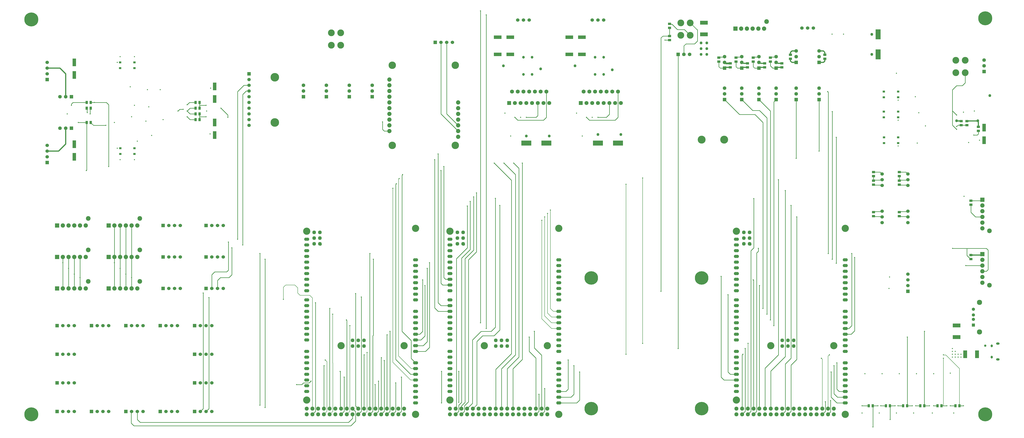
<source format=gbr>
%TF.GenerationSoftware,Altium Limited,Altium Designer,21.6.4 (81)*%
G04 Layer_Physical_Order=4*
G04 Layer_Color=16711680*
%FSLAX26Y26*%
%MOIN*%
%TF.SameCoordinates,892991E7-994B-4F78-B437-02A20B6E2807*%
%TF.FilePolarity,Positive*%
%TF.FileFunction,Copper,L4,Bot,Signal*%
%TF.Part,Single*%
G01*
G75*
%TA.AperFunction,SMDPad,CuDef*%
G04:AMPARAMS|DCode=22|XSize=55mil|YSize=43mil|CornerRadius=7.955mil|HoleSize=0mil|Usage=FLASHONLY|Rotation=90.000|XOffset=0mil|YOffset=0mil|HoleType=Round|Shape=RoundedRectangle|*
%AMROUNDEDRECTD22*
21,1,0.055000,0.027090,0,0,90.0*
21,1,0.039090,0.043000,0,0,90.0*
1,1,0.015910,0.013545,0.019545*
1,1,0.015910,0.013545,-0.019545*
1,1,0.015910,-0.013545,-0.019545*
1,1,0.015910,-0.013545,0.019545*
%
%ADD22ROUNDEDRECTD22*%
G04:AMPARAMS|DCode=27|XSize=55mil|YSize=43mil|CornerRadius=7.955mil|HoleSize=0mil|Usage=FLASHONLY|Rotation=180.000|XOffset=0mil|YOffset=0mil|HoleType=Round|Shape=RoundedRectangle|*
%AMROUNDEDRECTD27*
21,1,0.055000,0.027090,0,0,180.0*
21,1,0.039090,0.043000,0,0,180.0*
1,1,0.015910,-0.019545,0.013545*
1,1,0.015910,0.019545,0.013545*
1,1,0.015910,0.019545,-0.013545*
1,1,0.015910,-0.019545,-0.013545*
%
%ADD27ROUNDEDRECTD27*%
%TA.AperFunction,NonConductor*%
%ADD28C,0.008000*%
%TA.AperFunction,Conductor*%
%ADD29C,0.008000*%
%ADD30C,0.010000*%
%ADD31C,0.030000*%
%ADD32C,0.020000*%
%TA.AperFunction,SMDPad,CuDef*%
%ADD35R,0.043307X0.035433*%
%TA.AperFunction,ComponentPad*%
%ADD36C,0.060000*%
%ADD37R,0.060000X0.060000*%
%ADD38C,0.081102*%
%ADD39C,0.075000*%
%ADD40R,0.075000X0.075000*%
%ADD41C,0.236220*%
%ADD42C,0.047244*%
%ADD43C,0.090551*%
%ADD44C,0.056221*%
%ADD45R,0.056221X0.056221*%
%ADD46C,0.070000*%
%ADD47R,0.070000X0.070000*%
%ADD48C,0.244095*%
%ADD49C,0.118110*%
%ADD50R,0.062992X0.062992*%
%ADD51C,0.062992*%
%ADD52R,0.059055X0.059055*%
%ADD53C,0.059055*%
%ADD54C,0.074000*%
%ADD55C,0.130000*%
G04:AMPARAMS|DCode=56|XSize=37.402mil|YSize=61.024mil|CornerRadius=18.701mil|HoleSize=0mil|Usage=FLASHONLY|Rotation=270.000|XOffset=0mil|YOffset=0mil|HoleType=Round|Shape=RoundedRectangle|*
%AMROUNDEDRECTD56*
21,1,0.037402,0.023622,0,0,270.0*
21,1,0.000000,0.061024,0,0,270.0*
1,1,0.037402,-0.011811,0.000000*
1,1,0.037402,-0.011811,0.000000*
1,1,0.037402,0.011811,0.000000*
1,1,0.037402,0.011811,0.000000*
%
%ADD56ROUNDEDRECTD56*%
G04:AMPARAMS|DCode=57|XSize=49.213mil|YSize=37.402mil|CornerRadius=18.701mil|HoleSize=0mil|Usage=FLASHONLY|Rotation=270.000|XOffset=0mil|YOffset=0mil|HoleType=Round|Shape=RoundedRectangle|*
%AMROUNDEDRECTD57*
21,1,0.049213,0.000000,0,0,270.0*
21,1,0.011811,0.037402,0,0,270.0*
1,1,0.037402,0.000000,-0.005906*
1,1,0.037402,0.000000,0.005906*
1,1,0.037402,0.000000,0.005906*
1,1,0.037402,0.000000,-0.005906*
%
%ADD57ROUNDEDRECTD57*%
%ADD58O,0.089600X0.056000*%
%ADD59C,0.125980*%
G04:AMPARAMS|DCode=60|XSize=66mil|YSize=66mil|CornerRadius=0mil|HoleSize=0mil|Usage=FLASHONLY|Rotation=0.000|XOffset=0mil|YOffset=0mil|HoleType=Round|Shape=Octagon|*
%AMOCTAGOND60*
4,1,8,0.033000,-0.016500,0.033000,0.016500,0.016500,0.033000,-0.016500,0.033000,-0.033000,0.016500,-0.033000,-0.016500,-0.016500,-0.033000,0.016500,-0.033000,0.033000,-0.016500,0.0*
%
%ADD60OCTAGOND60*%

G04:AMPARAMS|DCode=61|XSize=61.02mil|YSize=61.02mil|CornerRadius=0mil|HoleSize=0mil|Usage=FLASHONLY|Rotation=90.000|XOffset=0mil|YOffset=0mil|HoleType=Round|Shape=Octagon|*
%AMOCTAGOND61*
4,1,8,0.015255,0.030510,-0.015255,0.030510,-0.030510,0.015255,-0.030510,-0.015255,-0.015255,-0.030510,0.015255,-0.030510,0.030510,-0.015255,0.030510,0.015255,0.015255,0.030510,0.0*
%
%ADD61OCTAGOND61*%

G04:AMPARAMS|DCode=62|XSize=61.02mil|YSize=61.02mil|CornerRadius=0mil|HoleSize=0mil|Usage=FLASHONLY|Rotation=0.000|XOffset=0mil|YOffset=0mil|HoleType=Round|Shape=Octagon|*
%AMOCTAGOND62*
4,1,8,0.030510,-0.015255,0.030510,0.015255,0.015255,0.030510,-0.015255,0.030510,-0.030510,0.015255,-0.030510,-0.015255,-0.015255,-0.030510,0.015255,-0.030510,0.030510,-0.015255,0.0*
%
%ADD62OCTAGOND62*%

%TA.AperFunction,SMDPad,CuDef*%
%ADD63R,0.062992X0.137795*%
%ADD64R,0.086614X0.173228*%
%TA.AperFunction,ComponentPad*%
%ADD65C,0.137795*%
%TA.AperFunction,SMDPad,CuDef*%
%ADD66R,0.137795X0.070079*%
%ADD67R,0.137795X0.062992*%
%ADD68R,0.173228X0.086614*%
%TA.AperFunction,ComponentPad*%
%ADD69R,0.062992X0.062992*%
%ADD70R,0.060000X0.060000*%
%TA.AperFunction,SMDPad,CuDef*%
%ADD71R,0.070079X0.137795*%
%TA.AperFunction,ComponentPad*%
%ADD72R,0.075000X0.075000*%
%TA.AperFunction,WasherPad*%
%ADD73C,0.150000*%
%TA.AperFunction,ViaPad*%
%ADD74C,0.020000*%
%ADD75C,0.050000*%
%ADD76C,0.040000*%
%TA.AperFunction,Conductor*%
%ADD79C,0.006000*%
%TA.AperFunction,NonConductor*%
%ADD80C,0.050000*%
%TA.AperFunction,Conductor*%
%ADD81C,0.032000*%
D22*
X3164500Y5650000D02*
D03*
X3235500D02*
D03*
Y5750000D02*
D03*
X3164500D02*
D03*
X1264500Y5400000D02*
D03*
X1335500D02*
D03*
X3164500Y5550000D02*
D03*
X3235500D02*
D03*
Y5450000D02*
D03*
X3164500D02*
D03*
X1335500Y5650000D02*
D03*
X1264500D02*
D03*
Y5750000D02*
D03*
X1335500D02*
D03*
X14914500Y450000D02*
D03*
X14985500D02*
D03*
X15214500Y450011D02*
D03*
X15285500D02*
D03*
X15514500Y450000D02*
D03*
X15585500D02*
D03*
X15814500D02*
D03*
X15885500D02*
D03*
X16114500Y450003D02*
D03*
X16185499D02*
D03*
X16428213Y450000D02*
D03*
X16499212D02*
D03*
D27*
X12800000Y6435500D02*
D03*
Y6364500D02*
D03*
X16830000Y5254500D02*
D03*
Y5325500D02*
D03*
X16530001Y5354500D02*
D03*
Y5425500D02*
D03*
X16629999D02*
D03*
Y5354500D02*
D03*
X16699995Y3014506D02*
D03*
Y3085506D02*
D03*
X16700001Y3964500D02*
D03*
Y4035500D02*
D03*
X15450000Y3764500D02*
D03*
Y3835500D02*
D03*
X15000000Y3764500D02*
D03*
Y3835500D02*
D03*
X11440000Y7125500D02*
D03*
Y7054500D02*
D03*
Y6911000D02*
D03*
Y6840000D02*
D03*
X15000000Y4314500D02*
D03*
Y4385500D02*
D03*
Y4464500D02*
D03*
Y4535500D02*
D03*
X15450000Y4314500D02*
D03*
Y4385500D02*
D03*
Y4464500D02*
D03*
Y4535500D02*
D03*
X13550394Y6585500D02*
D03*
Y6514500D02*
D03*
X14150000D02*
D03*
Y6585500D02*
D03*
X12300000Y6464500D02*
D03*
Y6535500D02*
D03*
X12900000Y6464500D02*
D03*
Y6535500D02*
D03*
X12500000Y6435500D02*
D03*
Y6364500D02*
D03*
X13100000Y6435500D02*
D03*
Y6364500D02*
D03*
X13200000Y6464500D02*
D03*
Y6535500D02*
D03*
X12600000Y6464500D02*
D03*
Y6535500D02*
D03*
X13400000Y6435500D02*
D03*
Y6364500D02*
D03*
D28*
X9506299Y1700000D02*
X9510299D01*
D29*
X6982299Y1800000D02*
X6986299Y1796000D01*
X6994299D01*
X6998299Y1800000D02*
X7006299D01*
X6994299Y1796000D02*
X6998299Y1800000D01*
X7006299Y1700000D02*
X7010299D01*
X9482299Y1800000D02*
X9486299Y1796000D01*
X9494299D01*
X9498299Y1800000D02*
X9506299D01*
X9494299Y1796000D02*
X9498299Y1800000D01*
X14482299D02*
X14486299Y1796000D01*
X14494299D01*
X14498299Y1800000D02*
X14506299D01*
X14494299Y1796000D02*
X14498299Y1800000D01*
X14506299Y1700000D02*
X14510299D01*
X4700000Y2310000D02*
Y2520000D01*
X5206299Y400000D02*
Y2333701D01*
X4990000Y2380000D02*
X5160000D01*
X5206299Y2333701D01*
X4950000Y2420000D02*
X4990000Y2380000D01*
X4950000Y2420000D02*
Y2510000D01*
X4900000Y2560000D02*
X4950000Y2510000D01*
X4700000Y2520000D02*
X4740000Y2560000D01*
X4900000D01*
X16261999Y1338000D02*
X16500000Y1100000D01*
Y450000D02*
Y1100000D01*
X16222000Y1338000D02*
X16261999D01*
X6720000Y4419314D02*
Y4420000D01*
X6710000Y1320000D02*
Y4409314D01*
X6720000Y4419314D01*
X6610000Y1210000D02*
X6920000Y900000D01*
X7006299D01*
X6610000Y1210000D02*
Y4250000D01*
X6710000Y1320000D02*
X6930000Y1100000D01*
X9210000Y1970000D02*
Y3690000D01*
X9494299Y1800000D02*
X9498299D01*
X9486299D02*
X9494299D01*
X9210000Y1970000D02*
X9380000Y1800000D01*
X9260000Y2020000D02*
Y3750000D01*
Y2020000D02*
X9380000Y1900000D01*
X9310000Y2070000D02*
Y3810000D01*
X9360000Y2150000D02*
Y3870000D01*
X6160000Y350000D02*
Y1380000D01*
X6110000Y300000D02*
X6160000Y350000D01*
X16219999Y459511D02*
Y1280000D01*
X16210489Y450000D02*
X16219999Y459511D01*
Y1340000D02*
X16222000Y1338000D01*
X14206299Y400000D02*
Y1316299D01*
X14230000Y1340000D01*
X14106299Y400000D02*
Y1263701D01*
X14090000Y1280000D02*
X14106299Y1263701D01*
X10970000Y1540000D02*
Y4430000D01*
X10680000Y1350000D02*
Y4320000D01*
X12806299Y400000D02*
X12810000Y403701D01*
Y1540000D01*
X9380000Y1800000D02*
X9482299D01*
X9380000Y1900000D02*
X9506299D01*
X9310000Y2070000D02*
X9380000Y2000000D01*
X9506299D01*
X9410000Y2100000D02*
X9506299D01*
X9360000Y2150000D02*
X9410000Y2100000D01*
X7006299Y1700000D02*
X7010299D01*
X6930000Y1100000D02*
X7006299D01*
X5406299Y300000D02*
X5460000Y353701D01*
Y1220000D01*
X5430000Y1250000D02*
X5460000Y1220000D01*
X6106299Y300000D02*
X6110000D01*
X5860000Y353701D02*
Y1850000D01*
X5806299Y300000D02*
X5860000Y353701D01*
X5560000Y1202526D02*
X5562299Y1200227D01*
Y356000D02*
Y1200227D01*
X5560000Y1202526D02*
Y2050000D01*
X5506299Y300000D02*
X5562299Y356000D01*
D30*
X13140000Y5480000D02*
X13140000Y2050000D01*
X13010000Y5610000D02*
X13140000Y5480000D01*
X12890000Y5610000D02*
X13010000D01*
X12400000Y5800000D02*
X12660000Y5540000D01*
X12930000D01*
X13070000Y5400000D01*
X12700000Y5800000D02*
X12890000Y5610000D01*
X13070000Y5400000D02*
X13070000Y2150000D01*
X13200000Y5400000D02*
Y5600000D01*
X13000000Y5800000D02*
X13200000Y5600000D01*
X13260000Y5400000D02*
Y5760000D01*
X13300000Y5800000D01*
X13200000Y6535500D02*
X13207250Y6542750D01*
X13292750D01*
X13300000Y6550000D01*
X12907250Y6542750D02*
X12992750D01*
X12900000Y6535500D02*
X12907250Y6542750D01*
X12992750D02*
X13000000Y6550000D01*
X13240000Y6350000D02*
X13300000D01*
X13200000Y6390000D02*
X13240000Y6350000D01*
X13200000Y6390000D02*
Y6464500D01*
X12925000Y6350000D02*
X13000000D01*
X12900000Y6375000D02*
X12925000Y6350000D01*
X12900000Y6375000D02*
Y6464500D01*
X12625000Y6350000D02*
X12700000D01*
X12600000Y6375000D02*
Y6464500D01*
Y6375000D02*
X12625000Y6350000D01*
X12607250Y6542750D02*
X12692750D01*
X12600000Y6535500D02*
X12607250Y6542750D01*
X12692750D02*
X12700000Y6550000D01*
X12325000Y6350000D02*
X12400000D01*
X12300000Y6375000D02*
X12325000Y6350000D01*
X12300000Y6375000D02*
Y6464500D01*
X12307250Y6542750D02*
X12392750D01*
X12300000Y6535500D02*
X12307250Y6542750D01*
X12392750D02*
X12400000Y6550000D01*
X13260000Y5400000D02*
X13260000Y1850000D01*
X13200000Y5400000D02*
X13200000Y1950000D01*
X5050000Y850000D02*
X5150000D01*
X5020000Y820000D02*
X5050000Y850000D01*
X4930000Y820000D02*
X5020000D01*
X5150000Y850000D02*
X5180000Y880000D01*
X6300000Y406299D02*
Y820000D01*
X6060000Y353701D02*
Y2350000D01*
X6006299Y300000D02*
X6060000Y353701D01*
X3400000Y400000D02*
Y2340000D01*
X3350000Y350000D02*
X3400000Y400000D01*
X16500000Y450000D02*
X16570000D01*
X16340000D02*
X16428213D01*
X16210489D02*
X16280001D01*
X14310000Y660000D02*
Y1150000D01*
Y660000D02*
X14370000Y600000D01*
X14506299D01*
X12706299Y400000D02*
Y1336299D01*
X12720000Y1350000D01*
X9870000Y550000D02*
Y1040000D01*
X9820000Y500000D02*
X9870000Y550000D01*
X9506299Y500000D02*
X9820000D01*
X9506299Y700000D02*
X9630000D01*
X9670000Y740000D02*
Y1250000D01*
X9630000Y700000D02*
X9670000Y740000D01*
X7450000Y2200000D02*
X7606299D01*
X7400000Y2250000D02*
Y4850000D01*
Y2250000D02*
X7450000Y2200000D01*
X6780000Y4489142D02*
Y4490000D01*
X6770000Y1750000D02*
Y4479142D01*
X6780000Y4489142D01*
X6660000Y1260000D02*
Y4319142D01*
Y1260000D02*
X6920000Y1000000D01*
X6670000Y4329142D02*
Y4330000D01*
X6660000Y4319142D02*
X6670000Y4329142D01*
X2041913Y148087D02*
X2090000Y100000D01*
X2041913Y148087D02*
Y341913D01*
X2090000Y100000D02*
X5875000D01*
X2200000Y160000D02*
X5835000D01*
X2150000Y210000D02*
Y350000D01*
Y210000D02*
X2200000Y160000D01*
X2050000Y2500000D02*
Y3600000D01*
X1150000Y2500000D02*
Y3050000D01*
X3990000Y3260000D02*
Y5890000D01*
X4050000Y5950000D01*
X3900000Y5940000D02*
X4010000Y6050000D01*
X3900000Y3360000D02*
Y5940000D01*
X16377251Y5603750D02*
Y5972250D01*
Y5352750D02*
Y5602750D01*
X16377956Y5352043D02*
X16450001Y5280000D01*
X16377251Y5602750D02*
X16450001Y5530000D01*
X14050000Y4900000D02*
Y5800000D01*
X14200000Y5937294D02*
X14210000Y5927294D01*
X14200000Y5937294D02*
Y5940000D01*
X14210000Y3110000D02*
Y5927294D01*
X14280000Y3010000D02*
Y5590000D01*
X14350000Y2940000D02*
Y5140000D01*
X8680000Y1360000D02*
Y4390000D01*
X8406299Y1086299D02*
X8680000Y1360000D01*
X8380000Y4690000D02*
X8680000Y4390000D01*
X8550000Y4690000D02*
X8750000Y4490000D01*
X8720000Y4690000D02*
X8810000Y4600000D01*
Y1300000D02*
Y4600000D01*
X8750000Y1340000D02*
Y4490000D01*
X8506299Y1096299D02*
X8750000Y1340000D01*
X6430000Y5280000D02*
Y5410000D01*
X8870000Y1260000D02*
Y4690000D01*
X8606299Y1096299D02*
X8810000Y1300000D01*
X8406299Y400000D02*
Y1086299D01*
X8506299Y400000D02*
Y1096299D01*
X8606299Y400000D02*
Y1096299D01*
X8706299D02*
X8870000Y1260000D01*
X8706299Y400000D02*
Y1096299D01*
X7500000Y2690000D02*
Y4630000D01*
X7340000Y2160000D02*
Y4750000D01*
X1650000Y4630000D02*
Y5710000D01*
X7910000Y3210000D02*
Y3940000D01*
X7960000Y3180000D02*
Y4020000D01*
X7870000Y3020000D02*
X8020000Y3170000D01*
Y4100000D01*
X7930000Y3000000D02*
X8070000Y3140000D01*
Y4170000D01*
X6770000Y1750000D02*
X6930000Y1590000D01*
X5906299Y400000D02*
X5960000Y346299D01*
Y185000D02*
Y346299D01*
X5875000Y100000D02*
X5960000Y185000D01*
X5835000Y160000D02*
X5906299Y231299D01*
Y300000D01*
X13650000Y4775000D02*
Y5800000D01*
X8475000Y1775000D02*
Y3950000D01*
X8375000Y1675000D02*
X8475000Y1775000D01*
X8175000Y1675000D02*
X8375000D01*
X8075000Y1575000D02*
X8175000Y1675000D01*
X8075000Y468701D02*
Y1575000D01*
X8006299Y400000D02*
X8075000Y468701D01*
X7906299Y400000D02*
X8000000Y493701D01*
Y1600000D01*
X8400000Y1825000D02*
Y4075000D01*
X8325000Y1750000D02*
X8400000Y1825000D01*
X8150000Y1750000D02*
X8325000D01*
X8000000Y1600000D02*
X8150000Y1750000D01*
X7860000Y450000D02*
X7930000Y520000D01*
Y3000000D01*
X7806299Y446299D02*
X7870000Y510000D01*
X7860000Y353701D02*
Y450000D01*
X7870000Y510000D02*
Y3020000D01*
X4290000Y460000D02*
Y3110000D01*
X6260000Y1675497D02*
X6270000Y1685497D01*
Y3010000D01*
X6260000Y353701D02*
Y1675497D01*
X6206299Y400000D02*
Y3103593D01*
X6210000Y3107294D01*
Y3110000D01*
X6206299Y300000D02*
X6260000Y353701D01*
X4380000Y420000D02*
Y3010000D01*
X14360000Y740000D02*
Y1200000D01*
Y740000D02*
X14400000Y700000D01*
X14988087Y81913D02*
X14990000Y80000D01*
X14988087Y81913D02*
Y447413D01*
X15285500Y450011D02*
X15288087Y447425D01*
Y211913D02*
X15290000Y210000D01*
X15288087Y211913D02*
Y447425D01*
X15890000Y1747294D02*
Y1750000D01*
X15885500Y450000D02*
Y1742794D01*
X15890000Y1747294D01*
X15588087Y1648087D02*
X15590000Y1650000D01*
X15588087Y450000D02*
Y1648087D01*
Y450000D02*
X15675000D01*
X8990000Y1400000D02*
Y1650000D01*
Y1400000D02*
X9106299Y1283701D01*
Y400000D02*
Y1283701D01*
X9080000Y1460000D02*
X9206299Y1333701D01*
X9080000Y1460000D02*
Y1750000D01*
X9206299Y400000D02*
Y1333701D01*
X12990000Y3150000D02*
Y3200000D01*
X16629999D02*
X16969999D01*
X16629999Y3078502D02*
Y3200000D01*
X16379999D02*
X16629999D01*
X12910000Y3210000D02*
Y4070000D01*
X13006299Y400000D02*
Y2550000D01*
X12906299Y2650000D02*
X12906299Y400000D01*
X12960000Y3120000D02*
X12990000Y3150000D01*
X12906299Y300000D02*
X12960000Y353701D01*
Y3120000D01*
X12860000Y3160000D02*
X12910000Y3210000D01*
X12860000Y353701D02*
Y3160000D01*
X12806299Y300000D02*
X12860000Y353701D01*
X14510299Y1700000D02*
X14610000D01*
X14506299D02*
X14510299D01*
X14670000Y1760000D02*
Y3040000D01*
X14610000Y1700000D02*
X14670000Y1760000D01*
X14620000Y1850000D02*
Y3110000D01*
X14570000Y1800000D02*
X14620000Y1850000D01*
X14506299Y1800000D02*
X14570000D01*
X13560000Y1280000D02*
Y3950000D01*
X13660000Y1260000D02*
Y3750000D01*
X13460000Y1310000D02*
Y4210000D01*
X13340000Y1340000D02*
Y4400000D01*
X13560000Y1160000D02*
X13660000Y1260000D01*
X13460000Y1180000D02*
X13560000Y1280000D01*
Y353701D02*
Y1160000D01*
X13460000Y353701D02*
Y1180000D01*
X13506299Y300000D02*
X13560000Y353701D01*
X13206299Y1056299D02*
X13460000Y1310000D01*
X13206299Y400000D02*
Y1056299D01*
X13406299Y300000D02*
X13460000Y353701D01*
X13106299Y1106299D02*
X13340000Y1340000D01*
X13106299Y400000D02*
Y1106299D01*
X12460000Y1040000D02*
Y2390000D01*
Y1040000D02*
X12500000Y1000000D01*
X12606299D01*
X12340000Y950000D02*
X12390000Y900000D01*
X12606299D01*
X12340000Y950000D02*
Y2710000D01*
X7340000Y2160000D02*
X7400000Y2100000D01*
X7450000Y2590000D02*
Y4560000D01*
Y2590000D02*
X7480000Y2560000D01*
X7500000Y2690000D02*
X7530000Y2660000D01*
X11290000Y2450000D02*
Y6880000D01*
X11590000Y1450000D02*
X11590000Y6590000D01*
X11290000Y6880000D02*
X11321000Y6911000D01*
X11360000Y6840000D02*
X11440000D01*
X12760000Y353701D02*
Y1450000D01*
X12706299Y300000D02*
X12760000Y353701D01*
X8240000Y1800000D02*
Y7280000D01*
X8140000Y1900000D02*
Y7350000D01*
X1260000Y4560000D02*
Y4562706D01*
X1264500Y4567206D01*
Y5400000D01*
X7530000Y2660000D02*
X7606299D01*
X7480000Y2560000D02*
X7606299D01*
X7400000Y2100000D02*
X7606299D01*
X4010000Y6050000D02*
X4100000D01*
X4050000Y5950000D02*
X4100000D01*
X6430000Y5280000D02*
X6460000Y5250000D01*
X6550000D01*
X7170000Y1670000D02*
Y2550000D01*
X7250000Y2950000D02*
X7250000Y1470000D01*
X7180000Y1400000D02*
X7250000Y1470000D01*
X7006299Y1400000D02*
X7180000D01*
X7210000Y1570000D02*
Y2850000D01*
X7140000Y1500000D02*
X7210000Y1570000D01*
X7006299Y1500000D02*
X7140000D01*
X7100000Y1600000D02*
X7170000Y1670000D01*
X7006299Y1600000D02*
X7100000D01*
X7010299Y1700000D02*
X7080000D01*
X7130000Y1750000D02*
Y2650000D01*
X7080000Y1700000D02*
X7130000Y1750000D01*
X7450000Y5550000D02*
Y6800000D01*
Y5550000D02*
X7750000Y5250000D01*
X7550000Y5550000D02*
Y6800000D01*
Y5550000D02*
X7750000Y5350000D01*
X7720000Y413701D02*
Y3020000D01*
X7910000Y3210000D01*
X7810000Y3030000D02*
X7960000Y3180000D01*
X7760000Y510000D02*
Y1050000D01*
X7810000Y510000D02*
Y3030000D01*
X7806299Y300000D02*
X7860000Y353701D01*
X7806299Y400000D02*
Y446299D01*
X7760000Y460000D02*
X7810000Y510000D01*
X7760000Y353701D02*
Y460000D01*
X7706299Y300000D02*
X7760000Y353701D01*
X7706299Y400000D02*
X7720000Y413701D01*
X6930000Y1276299D02*
Y1590000D01*
X6920000Y1000000D02*
X7006299D01*
X6980698Y1221249D02*
Y1225602D01*
X6930000Y1276299D02*
X6980698Y1225602D01*
X7001947Y1200000D02*
X7006299D01*
X6980698Y1221249D02*
X7001947Y1200000D01*
X2041913Y341913D02*
X2050000Y350000D01*
X5960000Y446299D02*
Y2410000D01*
Y446299D02*
X6006299Y400000D01*
X3300000Y400000D02*
Y2420000D01*
X3250000Y350000D02*
X3300000Y400000D01*
X3800000Y2740000D02*
Y3210000D01*
X3750000Y2690000D02*
X3800000Y2740000D01*
X3740000Y2820000D02*
Y3310000D01*
X3710000Y2790000D02*
X3740000Y2820000D01*
X3600000Y2690000D02*
X3750000D01*
X3550000Y2500000D02*
Y2640000D01*
X3600000Y2690000D01*
X3500000Y2790000D02*
X3710000D01*
X3450000Y2740000D02*
X3500000Y2790000D01*
X3450000Y2500000D02*
Y2740000D01*
X6360000Y353701D02*
Y880000D01*
X6306299Y300000D02*
X6360000Y353701D01*
X6300000Y406299D02*
X6306299Y400000D01*
X5760000Y353701D02*
Y950000D01*
X5706299Y300000D02*
X5760000Y353701D01*
X5691913Y414386D02*
Y1048087D01*
Y414386D02*
X5706299Y400000D01*
X5690000Y1050000D02*
X5691913Y1048087D01*
X5406299Y400000D02*
Y1143593D01*
X5410000Y1147294D01*
Y1150000D01*
X6408087Y1281016D02*
Y1288087D01*
X6406299Y1279228D02*
X6408087Y1281016D01*
Y1288087D02*
X6410000Y1290000D01*
X6406299Y400000D02*
Y1279228D01*
X6460000Y353701D02*
Y1240000D01*
X6406299Y300000D02*
X6460000Y353701D01*
X6106299Y1333593D02*
X6110000Y1337294D01*
Y1340000D01*
X6106299Y400000D02*
Y1333593D01*
X6560000Y353701D02*
Y1750000D01*
X6506299Y300000D02*
X6560000Y353701D01*
X6506299Y1683593D02*
X6510000Y1687294D01*
X6506299Y400000D02*
Y1683593D01*
X6510000Y1687294D02*
Y1690000D01*
X5800000Y1947294D02*
X5806299Y1940995D01*
X5800000Y1947294D02*
Y1950000D01*
X5806299Y400000D02*
Y1940995D01*
X5506299Y400000D02*
Y2143593D01*
X5510000Y2147294D01*
Y2150000D01*
X5260000Y353701D02*
Y2250000D01*
X5206299Y300000D02*
X5260000Y353701D01*
X15007250Y3757250D02*
X15142750D01*
X15150000Y3750000D01*
X15000000Y3764500D02*
X15007250Y3757250D01*
X15000000Y3835500D02*
X15007250Y3842750D01*
X15142750D02*
X15150000Y3850000D01*
X15007250Y3842750D02*
X15142750D01*
X15592750Y3757250D02*
X15600000Y3750000D01*
X15457250Y3757250D02*
X15592750D01*
X15450000Y3764500D02*
X15457250Y3757250D01*
X15592750Y3842750D02*
X15600000Y3850000D01*
X15457250Y3842750D02*
X15592750D01*
X15450000Y3835500D02*
X15457250Y3842750D01*
X9720000Y600000D02*
X9770000Y650000D01*
Y1150000D01*
X9506299Y600000D02*
X9720000D01*
X14400000Y700000D02*
X14506299D01*
X14260000Y600000D02*
X14360000Y500000D01*
X14506299D01*
X14260000Y600000D02*
Y1040000D01*
X7460000Y500000D02*
Y1050000D01*
X6660000Y353701D02*
Y850000D01*
X6606299Y300000D02*
X6660000Y353701D01*
X6760000D02*
Y950000D01*
X6706299Y300000D02*
X6760000Y353701D01*
X9160000D02*
Y650000D01*
X9260000Y353701D02*
Y750000D01*
X9106299Y300000D02*
X9160000Y353701D01*
X9206299Y300000D02*
X9260000Y353701D01*
X14250299Y344000D02*
Y539701D01*
X14250000Y540000D02*
X14250299Y539701D01*
X14206299Y300000D02*
X14250299Y344000D01*
X14106299Y300000D02*
X14160000Y353701D01*
Y520000D01*
X14985500Y450000D02*
X14988087Y447413D01*
X15885500Y450000D02*
X15888087Y447413D01*
X1950000Y2750000D02*
Y3050000D01*
Y2500000D02*
Y2750000D01*
X1050000D02*
Y3050000D01*
Y2500000D02*
Y2750000D01*
X1850000Y2850000D02*
Y3050000D01*
Y2500000D02*
Y2850000D01*
X950000D02*
Y3050000D01*
Y2500000D02*
Y2850000D01*
X1750000Y2950000D02*
Y3050000D01*
Y2500000D02*
Y2950000D01*
X850000D02*
Y3050000D01*
Y2500000D02*
Y2950000D01*
X1000000Y5700000D02*
Y5725000D01*
X1025000Y5750000D01*
X3070000Y5550000D02*
X3164500D01*
X3235500Y5450000D02*
Y5500000D01*
Y5550000D01*
Y5500000D02*
X3350000D01*
X3610000Y5650000D02*
X3730000Y5530000D01*
Y5490000D02*
Y5530000D01*
X2860000Y5600000D02*
X2890000Y5630000D01*
X2950000D01*
X3020000Y5710000D02*
X3060000Y5750000D01*
X3020000Y5600000D02*
X3070000Y5650000D01*
X3060000Y5750000D02*
X3164500D01*
X3070000Y5650000D02*
X3164500D01*
X3235500Y5700000D02*
Y5704500D01*
Y5750000D01*
Y5650000D02*
Y5700000D01*
Y5704500D02*
X3240000Y5700000D01*
X3350000D01*
X1273087Y5576913D02*
Y5641413D01*
X1120000Y5400000D02*
X1264500D01*
X1273087Y5576913D02*
X1275000Y5575000D01*
X1325000Y5550000D02*
X1326913Y5551913D01*
Y5641413D01*
X1335500Y5650000D01*
Y5395599D02*
Y5400000D01*
Y5395599D02*
X1351775Y5379324D01*
X1356176D01*
X1385500Y5350000D01*
X1600000D01*
X1025000Y5750000D02*
X1264500D01*
Y5650000D02*
X1273087Y5641413D01*
X1335500Y5750000D02*
X1400000D01*
X1610000D01*
X1650000Y5710000D01*
X3020000Y5500000D02*
X3070000Y5450000D01*
X3020000Y5600000D02*
X3070000Y5550000D01*
Y5450000D02*
X3164500D01*
X11321000Y6911000D02*
X11440000D01*
X16700001Y3830000D02*
Y3964500D01*
X16693995Y3014506D02*
X16699995D01*
X15000000Y4535500D02*
X15114500D01*
X15150000Y4500000D01*
X15007250Y4392750D02*
X15142750D01*
X15150000Y4400000D01*
X15000000Y4385500D02*
X15007250Y4392750D01*
X15000000Y4385500D02*
Y4464500D01*
X15142750Y4307250D02*
X15150000Y4300000D01*
X15007250Y4307250D02*
X15142750D01*
X15000000Y4314500D02*
X15007250Y4307250D01*
X15564500Y4535500D02*
X15600000Y4500000D01*
X15450000Y4535500D02*
X15564500D01*
X15457250Y4392750D02*
X15592750D01*
X15450000Y4385500D02*
X15457250Y4392750D01*
X15592750D02*
X15600000Y4400000D01*
X15450000Y4385500D02*
Y4464500D01*
X15592750Y4307250D02*
X15600000Y4300000D01*
X15450000Y4314500D02*
X15457250Y4307250D01*
X15592750D01*
X16700001Y3830000D02*
X16780001Y3750000D01*
X16900000D01*
X16885500Y4035500D02*
X16900000Y4050000D01*
X16700001Y4035500D02*
X16885500D01*
X16629999Y3078502D02*
X16693995Y3014506D01*
X16610001Y2900000D02*
X16900000D01*
X16969999Y3200000D02*
X17000000Y3170000D01*
Y2830000D02*
Y3170000D01*
X16969999Y2800000D02*
X17000000Y2830000D01*
X16900000Y2800000D02*
X16969999D01*
X1750000Y3050000D02*
Y3600000D01*
X1850000Y3050000D02*
Y3600000D01*
X1950000Y3050000D02*
Y3600000D01*
X16450001Y6045000D02*
X16549999D01*
X16600000Y6095000D01*
Y6270000D01*
X16377251Y5972250D02*
X16450001Y6045000D01*
X11690000Y6590000D02*
Y6740000D01*
X11725000Y6775000D01*
X11875000D01*
X11925000Y6825000D01*
Y7016535D01*
X11800000Y7141535D02*
X11925000Y7016535D01*
X11448000Y7117500D02*
X11482500D01*
X11440000Y7125500D02*
X11448000Y7117500D01*
X11575000Y7025000D02*
X11700000D01*
X11482500Y7117500D02*
X11575000Y7025000D01*
X11700000D02*
X11800000Y6925000D01*
X16530001Y5354500D02*
X16629999D01*
X16474501D02*
X16530001D01*
X16450001Y5330000D02*
X16474501Y5354500D01*
X16750000Y5180000D02*
X16809999D01*
X16830000Y5200000D01*
Y5254500D01*
X9290000Y5490000D02*
Y5940000D01*
X9240000Y5440000D02*
X9290000Y5490000D01*
X8790000Y5440000D02*
X9240000D01*
X8740000Y5490000D02*
X8790000Y5440000D01*
X9140000Y5522500D02*
Y5740000D01*
X8940000Y5490000D02*
X9107500D01*
X9140000Y5522500D01*
X10540000Y5490000D02*
Y5940000D01*
X10490000Y5440000D02*
X10540000Y5490000D01*
X10040000Y5440000D02*
X10490000D01*
X9990000Y5490000D02*
X10040000Y5440000D01*
X10390008Y5544718D02*
Y5739992D01*
X10390000Y5740000D02*
X10390008Y5739992D01*
X10190000Y5490000D02*
X10335290D01*
X10390008Y5544718D01*
X11440000Y6911000D02*
Y7054500D01*
X15285500Y450011D02*
X15285511Y450000D01*
X15375000D01*
X15885500D02*
X15975000D01*
X15425000D02*
X15514500D01*
X15125000D02*
X15214489D01*
X15214500Y450011D01*
X16049999Y450000D02*
X16114500D01*
X15735500D02*
X15814500D01*
X14800000D02*
X14914500D01*
X14985500D02*
X15075000D01*
D31*
X12408928Y6450000D02*
X12423428Y6435500D01*
X12400000Y6450000D02*
X12408928D01*
X12423428Y6435500D02*
X12500000D01*
D32*
X12414500Y6364500D02*
X12500000D01*
X12400000Y6350000D02*
X12414500Y6364500D01*
X12726134Y6435500D02*
X12800000D01*
X12711634Y6450000D02*
X12726134Y6435500D01*
X12700000Y6450000D02*
X12711634D01*
X12714500Y6364500D02*
X12800000D01*
X12700000Y6350000D02*
X12714500Y6364500D01*
X13026134Y6435500D02*
X13100000D01*
X13011634Y6450000D02*
X13026134Y6435500D01*
X13000000Y6450000D02*
X13011634D01*
X13000000Y6350000D02*
X13014500Y6364500D01*
X13100000D01*
X13300000Y6350000D02*
X13314500Y6364500D01*
X13400000D01*
X13300000Y6450000D02*
X13311634D01*
X13326134Y6435500D02*
X13400000D01*
X13311634Y6450000D02*
X13326134Y6435500D01*
X13550394Y6474606D02*
Y6514500D01*
X13550000Y6585500D02*
X13550284Y6585784D01*
Y6625284D01*
X13575000Y6650000D01*
X14149716Y6585784D02*
Y6625284D01*
Y6585784D02*
X14150000Y6585500D01*
X14125000Y6650000D02*
X14149716Y6625284D01*
X13550394Y6474606D02*
X13575000Y6450000D01*
X13650000D01*
X13575000Y6650000D02*
X13650000D01*
X14050000D02*
X14125000D01*
X14050000Y6450000D02*
X14125000D01*
X14150000Y6475000D01*
Y6514500D01*
X575000Y6350000D02*
X800000D01*
X900000Y6250000D01*
Y5850000D02*
Y6250000D01*
X575000Y4900000D02*
X775000D01*
X900000Y5025000D01*
Y5300000D01*
X16699995Y3085506D02*
X16885506D01*
X16900000Y3100000D01*
X16629999Y5425500D02*
X16632250Y5427750D01*
X16527750D02*
X16530001Y5425500D01*
X16450001Y5430000D02*
X16452250Y5427750D01*
X16527750D01*
X16820000Y5421882D02*
Y5430000D01*
X16830000Y5325500D02*
Y5411882D01*
X16820000Y5421882D02*
X16830000Y5411882D01*
X16817751Y5427750D02*
X16820000Y5430000D01*
X16632250Y5427750D02*
X16817751D01*
D35*
X2098032Y6350000D02*
D03*
Y6450000D02*
D03*
X1850000Y6350000D02*
D03*
Y6450000D02*
D03*
X15430000Y5040000D02*
D03*
Y5140000D02*
D03*
X15181969Y5040000D02*
D03*
Y5140000D02*
D03*
X15428031Y5490000D02*
D03*
Y5590000D02*
D03*
X15180000Y5490000D02*
D03*
Y5590000D02*
D03*
X15428031Y5840000D02*
D03*
Y5940000D02*
D03*
X15180000Y5840000D02*
D03*
Y5940000D02*
D03*
X1851968Y4950000D02*
D03*
Y4850000D02*
D03*
X2100000Y4950000D02*
D03*
Y4850000D02*
D03*
D36*
X3650000Y2500000D02*
D03*
X3550000D02*
D03*
X3450000D02*
D03*
X13750000Y7050000D02*
D03*
X13850000D02*
D03*
X13950000D02*
D03*
X575000Y4800000D02*
D03*
Y4900000D02*
D03*
Y5000000D02*
D03*
Y6450000D02*
D03*
Y6350000D02*
D03*
Y6250000D02*
D03*
X3450000Y1850000D02*
D03*
X3350000D02*
D03*
X3250000D02*
D03*
X850000D02*
D03*
X950000D02*
D03*
X1050000D02*
D03*
X1450000D02*
D03*
X1550000D02*
D03*
X1650000D02*
D03*
X2050000D02*
D03*
X2150000D02*
D03*
X2250000D02*
D03*
X2650000D02*
D03*
X2750000D02*
D03*
X2850000D02*
D03*
X3250000Y1350000D02*
D03*
X3350000D02*
D03*
X3450000D02*
D03*
X1050000Y350000D02*
D03*
X950000D02*
D03*
X850000D02*
D03*
X1650000D02*
D03*
X1550000D02*
D03*
X1450000D02*
D03*
X2250000D02*
D03*
X2150000D02*
D03*
X2050000D02*
D03*
X2850000D02*
D03*
X2750000D02*
D03*
X2650000D02*
D03*
X850000Y1350000D02*
D03*
X950000D02*
D03*
X1050000D02*
D03*
X850000Y850000D02*
D03*
X950000D02*
D03*
X1050000D02*
D03*
X3250000Y350000D02*
D03*
X3350000D02*
D03*
X3450000D02*
D03*
X3250000Y850000D02*
D03*
X3350000D02*
D03*
X3450000D02*
D03*
X7450000Y6800000D02*
D03*
X7550000D02*
D03*
X7650000D02*
D03*
X2700000Y2500000D02*
D03*
X2800000D02*
D03*
X2900000D02*
D03*
X2700000Y3050000D02*
D03*
X2800000D02*
D03*
X2900000D02*
D03*
X2700000Y3600000D02*
D03*
X2800000D02*
D03*
X2900000D02*
D03*
X3650000D02*
D03*
X3550000D02*
D03*
X3450000D02*
D03*
X3650000Y3050000D02*
D03*
X3550000D02*
D03*
X3450000D02*
D03*
X10090000Y7190000D02*
D03*
X10190000D02*
D03*
X10290000D02*
D03*
X8790000D02*
D03*
X8890000D02*
D03*
X8990000D02*
D03*
X15600000Y2550000D02*
D03*
Y2650000D02*
D03*
Y2750000D02*
D03*
Y3850000D02*
D03*
Y3750000D02*
D03*
Y3650000D02*
D03*
X15150000D02*
D03*
Y3750000D02*
D03*
Y3850000D02*
D03*
Y4300000D02*
D03*
Y4400000D02*
D03*
Y4500000D02*
D03*
X15600000Y4300000D02*
D03*
Y4400000D02*
D03*
Y4500000D02*
D03*
D37*
X3350000Y2500000D02*
D03*
X3150000Y1850000D02*
D03*
X750000D02*
D03*
X1350000D02*
D03*
X1950000D02*
D03*
X2550000D02*
D03*
X3150000Y1350000D02*
D03*
X750000Y350000D02*
D03*
X1350000D02*
D03*
X1950000D02*
D03*
X2550000D02*
D03*
X750000Y1350000D02*
D03*
Y850000D02*
D03*
X3150000Y350000D02*
D03*
Y850000D02*
D03*
X7350000Y6800000D02*
D03*
X2600000Y2500000D02*
D03*
Y3050000D02*
D03*
Y3600000D02*
D03*
X3350000D02*
D03*
Y3050000D02*
D03*
D38*
X1292126Y3174016D02*
D03*
X17024015Y2557874D02*
D03*
Y3507874D02*
D03*
X1292126Y3724016D02*
D03*
Y2624016D02*
D03*
X2192126Y3724016D02*
D03*
Y2624016D02*
D03*
X13132126Y7164016D02*
D03*
X2192126Y3174016D02*
D03*
D39*
X1250000Y3050000D02*
D03*
X1150000D02*
D03*
X1050000D02*
D03*
X950000D02*
D03*
X850000D02*
D03*
X16900000Y3000000D02*
D03*
Y2900000D02*
D03*
Y2800000D02*
D03*
Y2700000D02*
D03*
Y2600000D02*
D03*
Y3550000D02*
D03*
Y3650000D02*
D03*
Y3750000D02*
D03*
Y3850000D02*
D03*
Y3950000D02*
D03*
X850000Y3600000D02*
D03*
X950000D02*
D03*
X1050000D02*
D03*
X1150000D02*
D03*
X1250000D02*
D03*
X850000Y2500000D02*
D03*
X950000D02*
D03*
X1050000D02*
D03*
X1150000D02*
D03*
X1250000D02*
D03*
X2150000Y3600000D02*
D03*
X2050000D02*
D03*
X1950000D02*
D03*
X1850000D02*
D03*
X1750000D02*
D03*
Y2500000D02*
D03*
X1850000D02*
D03*
X1950000D02*
D03*
X2050000D02*
D03*
X2150000D02*
D03*
X13090000Y7040000D02*
D03*
X12990000D02*
D03*
X12890000D02*
D03*
X12790000D02*
D03*
X12690000D02*
D03*
X1750000Y3050000D02*
D03*
X1850000D02*
D03*
X1950000D02*
D03*
X2050000D02*
D03*
X2150000D02*
D03*
D40*
X750000D02*
D03*
Y3600000D02*
D03*
Y2500000D02*
D03*
X1650000Y3600000D02*
D03*
Y2500000D02*
D03*
X12590000Y7040000D02*
D03*
X1650000Y3050000D02*
D03*
D41*
X12000000Y400000D02*
D03*
Y2683465D02*
D03*
X10070866Y400000D02*
D03*
Y2683465D02*
D03*
D42*
X10140000Y6240000D02*
D03*
Y6540000D02*
D03*
X10290000Y6240000D02*
D03*
Y6540000D02*
D03*
X9040000Y6240000D02*
D03*
Y6540000D02*
D03*
X8890000Y6240000D02*
D03*
Y6540000D02*
D03*
D43*
X16850393Y2258661D02*
D03*
Y1741339D02*
D03*
D44*
X16743702Y2137795D02*
D03*
Y2039370D02*
D03*
Y1960630D02*
D03*
D45*
Y1862205D02*
D03*
D46*
X10590000Y5740000D02*
D03*
X10540000Y5940000D02*
D03*
X10490000Y5740000D02*
D03*
X10440000Y5940000D02*
D03*
X10390000Y5740000D02*
D03*
X10340000Y5940000D02*
D03*
X10290000Y5740000D02*
D03*
X10240000Y5940000D02*
D03*
X10190000Y5740000D02*
D03*
X10140000Y5940000D02*
D03*
X10090000Y5740000D02*
D03*
X10040000Y5940000D02*
D03*
X9990000Y5740000D02*
D03*
X9940000Y5940000D02*
D03*
X9340000Y5740000D02*
D03*
X9290000Y5940000D02*
D03*
X9240000Y5740000D02*
D03*
X9190000Y5940000D02*
D03*
X9140000Y5740000D02*
D03*
X9090000Y5940000D02*
D03*
X9040000Y5740000D02*
D03*
X8990000Y5940000D02*
D03*
X8940000Y5740000D02*
D03*
X8890000Y5940000D02*
D03*
X8840000Y5740000D02*
D03*
X8790000Y5940000D02*
D03*
X8740000Y5740000D02*
D03*
X8690000Y5940000D02*
D03*
D47*
X9890000Y5740000D02*
D03*
X8640000D02*
D03*
D48*
X300000Y300000D02*
D03*
Y7200000D02*
D03*
X16950001Y7220000D02*
D03*
Y300000D02*
D03*
D49*
X5534646Y6966535D02*
D03*
X5700000D02*
D03*
Y6750000D02*
D03*
X5534646D02*
D03*
X11634646Y7141535D02*
D03*
X11800000D02*
D03*
Y6925000D02*
D03*
X11634646D02*
D03*
X16434647Y6486535D02*
D03*
X16600000D02*
D03*
Y6270000D02*
D03*
X16434647D02*
D03*
D50*
X12700000Y6350000D02*
D03*
Y5800000D02*
D03*
X16930000Y6290000D02*
D03*
X13650000Y6450000D02*
D03*
X14050000D02*
D03*
X13650000Y5800000D02*
D03*
X14050000D02*
D03*
X5450000Y5850000D02*
D03*
X5850000D02*
D03*
X6250000D02*
D03*
X5050000D02*
D03*
X12400000Y6350000D02*
D03*
X13000000D02*
D03*
X13300000D02*
D03*
X12400000Y5800000D02*
D03*
X13000000D02*
D03*
X13300000D02*
D03*
D51*
X12700000Y6450000D02*
D03*
Y6550000D02*
D03*
Y6000000D02*
D03*
Y5900000D02*
D03*
X16930000Y6390000D02*
D03*
Y6490000D02*
D03*
X800000Y5300000D02*
D03*
X900000D02*
D03*
Y5850000D02*
D03*
X800000D02*
D03*
X11790000Y6590000D02*
D03*
X11690000D02*
D03*
X13650000Y6650000D02*
D03*
Y6550000D02*
D03*
X14050000Y6650000D02*
D03*
Y6550000D02*
D03*
X13650000Y5900000D02*
D03*
Y6000000D02*
D03*
X14050000Y5900000D02*
D03*
Y6000000D02*
D03*
X5450000Y5950000D02*
D03*
Y6050000D02*
D03*
X5850000Y5950000D02*
D03*
Y6050000D02*
D03*
X6250000Y5950000D02*
D03*
Y6050000D02*
D03*
X5050000Y5950000D02*
D03*
Y6050000D02*
D03*
X12400000Y6450000D02*
D03*
Y6550000D02*
D03*
X13000000Y6450000D02*
D03*
Y6550000D02*
D03*
X13300000Y6450000D02*
D03*
Y6550000D02*
D03*
X12400000Y5900000D02*
D03*
Y6000000D02*
D03*
X13000000D02*
D03*
Y5900000D02*
D03*
X13300000Y6000000D02*
D03*
Y5900000D02*
D03*
D52*
X4100000Y6250000D02*
D03*
D53*
Y6150000D02*
D03*
Y5950000D02*
D03*
Y5850000D02*
D03*
Y5750000D02*
D03*
Y5650000D02*
D03*
Y5550000D02*
D03*
Y5450000D02*
D03*
Y5350000D02*
D03*
Y6050000D02*
D03*
D54*
X6550000Y6150000D02*
D03*
Y6050000D02*
D03*
Y5950000D02*
D03*
Y5850000D02*
D03*
Y5750000D02*
D03*
Y5650000D02*
D03*
Y5550000D02*
D03*
Y5450000D02*
D03*
Y5350000D02*
D03*
Y5250000D02*
D03*
X7750000Y5150000D02*
D03*
Y5250000D02*
D03*
Y5350000D02*
D03*
Y5450000D02*
D03*
Y5550000D02*
D03*
Y5650000D02*
D03*
Y5750000D02*
D03*
D55*
X7700000Y6400000D02*
D03*
Y5000000D02*
D03*
X6600000Y6400000D02*
D03*
Y5000000D02*
D03*
D56*
X17170000Y1262205D02*
D03*
Y1537795D02*
D03*
D57*
X17063702Y1301575D02*
D03*
Y1498425D02*
D03*
D58*
X5106299Y1200000D02*
D03*
Y1300000D02*
D03*
Y1400000D02*
D03*
Y1600000D02*
D03*
Y1100000D02*
D03*
Y3260000D02*
D03*
Y3360000D02*
D03*
Y3160000D02*
D03*
Y3060000D02*
D03*
Y700000D02*
D03*
Y800000D02*
D03*
Y900000D02*
D03*
Y1000000D02*
D03*
Y2300000D02*
D03*
Y2960000D02*
D03*
Y2660000D02*
D03*
Y2460000D02*
D03*
Y2560000D02*
D03*
Y2860000D02*
D03*
Y2760000D02*
D03*
Y2000000D02*
D03*
Y1700000D02*
D03*
Y1800000D02*
D03*
Y1900000D02*
D03*
Y2100000D02*
D03*
Y2200000D02*
D03*
X7006299Y3000000D02*
D03*
Y2900000D02*
D03*
Y2800000D02*
D03*
Y2700000D02*
D03*
Y2600000D02*
D03*
Y2500000D02*
D03*
Y2400000D02*
D03*
Y2300000D02*
D03*
Y1200000D02*
D03*
Y1400000D02*
D03*
Y2100000D02*
D03*
Y1900000D02*
D03*
Y1600000D02*
D03*
Y1800000D02*
D03*
Y1700000D02*
D03*
Y1500000D02*
D03*
Y2000000D02*
D03*
Y1100000D02*
D03*
Y1000000D02*
D03*
Y900000D02*
D03*
Y800000D02*
D03*
Y700000D02*
D03*
Y600000D02*
D03*
Y500000D02*
D03*
X7606299Y1200000D02*
D03*
Y1300000D02*
D03*
Y1400000D02*
D03*
Y1600000D02*
D03*
Y1100000D02*
D03*
Y3260000D02*
D03*
Y3360000D02*
D03*
Y3160000D02*
D03*
Y3060000D02*
D03*
Y700000D02*
D03*
Y800000D02*
D03*
Y900000D02*
D03*
Y1000000D02*
D03*
Y2300000D02*
D03*
Y2960000D02*
D03*
Y2660000D02*
D03*
Y2460000D02*
D03*
Y2560000D02*
D03*
Y2860000D02*
D03*
Y2760000D02*
D03*
Y2000000D02*
D03*
Y1700000D02*
D03*
Y1800000D02*
D03*
Y1900000D02*
D03*
Y2100000D02*
D03*
Y2200000D02*
D03*
X9506299Y3000000D02*
D03*
Y2900000D02*
D03*
Y2800000D02*
D03*
Y2700000D02*
D03*
Y2600000D02*
D03*
Y2500000D02*
D03*
Y2400000D02*
D03*
Y2300000D02*
D03*
Y1200000D02*
D03*
Y1400000D02*
D03*
Y2100000D02*
D03*
Y1900000D02*
D03*
Y1600000D02*
D03*
Y1800000D02*
D03*
Y1700000D02*
D03*
Y1500000D02*
D03*
Y2000000D02*
D03*
Y1100000D02*
D03*
Y1000000D02*
D03*
Y900000D02*
D03*
Y800000D02*
D03*
Y700000D02*
D03*
Y600000D02*
D03*
Y500000D02*
D03*
X12606299Y1200000D02*
D03*
Y1300000D02*
D03*
Y1400000D02*
D03*
Y1600000D02*
D03*
Y1100000D02*
D03*
Y3260000D02*
D03*
Y3360000D02*
D03*
Y3160000D02*
D03*
Y3060000D02*
D03*
Y700000D02*
D03*
Y800000D02*
D03*
Y900000D02*
D03*
Y1000000D02*
D03*
Y2300000D02*
D03*
Y2960000D02*
D03*
Y2660000D02*
D03*
Y2460000D02*
D03*
Y2560000D02*
D03*
Y2860000D02*
D03*
Y2760000D02*
D03*
Y2000000D02*
D03*
Y1700000D02*
D03*
Y1800000D02*
D03*
Y1900000D02*
D03*
Y2100000D02*
D03*
Y2200000D02*
D03*
X14506299Y3000000D02*
D03*
Y2900000D02*
D03*
Y2800000D02*
D03*
Y2700000D02*
D03*
Y2600000D02*
D03*
Y2500000D02*
D03*
Y2400000D02*
D03*
Y2300000D02*
D03*
Y1200000D02*
D03*
Y1400000D02*
D03*
Y2100000D02*
D03*
Y1900000D02*
D03*
Y1600000D02*
D03*
Y1800000D02*
D03*
Y1700000D02*
D03*
Y1500000D02*
D03*
Y2000000D02*
D03*
Y1100000D02*
D03*
Y1000000D02*
D03*
Y900000D02*
D03*
Y800000D02*
D03*
Y700000D02*
D03*
Y600000D02*
D03*
Y500000D02*
D03*
D59*
X5706299Y1500000D02*
D03*
X5106299Y550000D02*
D03*
Y3500000D02*
D03*
X7006299Y3550000D02*
D03*
Y300000D02*
D03*
X6806299Y1500000D02*
D03*
X8206299D02*
D03*
X7606299Y550000D02*
D03*
Y3500000D02*
D03*
X9506299Y3550000D02*
D03*
Y300000D02*
D03*
X9306299Y1500000D02*
D03*
X13206299D02*
D03*
X12606299Y550000D02*
D03*
Y3500000D02*
D03*
X14506299Y3550000D02*
D03*
Y300000D02*
D03*
X14306299Y1500000D02*
D03*
D60*
X5106299Y300000D02*
D03*
Y400000D02*
D03*
X5606299Y300000D02*
D03*
X5706299Y400000D02*
D03*
X5806299D02*
D03*
Y300000D02*
D03*
X5206299Y400000D02*
D03*
Y300000D02*
D03*
X5306299Y400000D02*
D03*
Y300000D02*
D03*
X5406299Y400000D02*
D03*
Y300000D02*
D03*
X5506299Y400000D02*
D03*
Y300000D02*
D03*
X5606299Y400000D02*
D03*
X5706299Y300000D02*
D03*
X6306299Y400000D02*
D03*
X6406299D02*
D03*
Y300000D02*
D03*
X6506299Y400000D02*
D03*
Y300000D02*
D03*
X6606299Y400000D02*
D03*
Y300000D02*
D03*
X6706299Y400000D02*
D03*
Y300000D02*
D03*
X6806299Y400000D02*
D03*
Y300000D02*
D03*
X6306299D02*
D03*
X5906299Y400000D02*
D03*
Y300000D02*
D03*
X6006299Y400000D02*
D03*
Y300000D02*
D03*
X6106299Y400000D02*
D03*
Y300000D02*
D03*
X6206299Y400000D02*
D03*
Y300000D02*
D03*
X7606299D02*
D03*
Y400000D02*
D03*
X8106299Y300000D02*
D03*
X8206299Y400000D02*
D03*
X8306299D02*
D03*
Y300000D02*
D03*
X7706299Y400000D02*
D03*
Y300000D02*
D03*
X7806299Y400000D02*
D03*
Y300000D02*
D03*
X7906299Y400000D02*
D03*
Y300000D02*
D03*
X8006299Y400000D02*
D03*
Y300000D02*
D03*
X8106299Y400000D02*
D03*
X8206299Y300000D02*
D03*
X8806299Y400000D02*
D03*
X8906299D02*
D03*
Y300000D02*
D03*
X9006299Y400000D02*
D03*
Y300000D02*
D03*
X9106299Y400000D02*
D03*
Y300000D02*
D03*
X9206299Y400000D02*
D03*
Y300000D02*
D03*
X9306299Y400000D02*
D03*
Y300000D02*
D03*
X8806299D02*
D03*
X8406299Y400000D02*
D03*
Y300000D02*
D03*
X8506299Y400000D02*
D03*
Y300000D02*
D03*
X8606299Y400000D02*
D03*
Y300000D02*
D03*
X8706299Y400000D02*
D03*
Y300000D02*
D03*
X12606299D02*
D03*
Y400000D02*
D03*
X13106299Y300000D02*
D03*
X13206299Y400000D02*
D03*
X13306299D02*
D03*
Y300000D02*
D03*
X12706299Y400000D02*
D03*
Y300000D02*
D03*
X12806299Y400000D02*
D03*
Y300000D02*
D03*
X12906299Y400000D02*
D03*
Y300000D02*
D03*
X13006299Y400000D02*
D03*
Y300000D02*
D03*
X13106299Y400000D02*
D03*
X13206299Y300000D02*
D03*
X13806299Y400000D02*
D03*
X13906299D02*
D03*
Y300000D02*
D03*
X14006299Y400000D02*
D03*
Y300000D02*
D03*
X14106299Y400000D02*
D03*
Y300000D02*
D03*
X14206299Y400000D02*
D03*
Y300000D02*
D03*
X14306299Y400000D02*
D03*
Y300000D02*
D03*
X13806299D02*
D03*
X13406299Y400000D02*
D03*
Y300000D02*
D03*
X13506299Y400000D02*
D03*
Y300000D02*
D03*
X13606299Y400000D02*
D03*
Y300000D02*
D03*
X13706299Y400000D02*
D03*
Y300000D02*
D03*
D61*
X5336299Y3280000D02*
D03*
X5236299Y3380000D02*
D03*
X5336299D02*
D03*
X5236299Y3480000D02*
D03*
X5336299D02*
D03*
X5236299Y3280000D02*
D03*
X7836299D02*
D03*
X7736299Y3380000D02*
D03*
X7836299D02*
D03*
X7736299Y3480000D02*
D03*
X7836299D02*
D03*
X7736299Y3280000D02*
D03*
X12836299D02*
D03*
X12736299Y3380000D02*
D03*
X12836299D02*
D03*
X12736299Y3480000D02*
D03*
X12836299D02*
D03*
X12736299Y3280000D02*
D03*
D62*
X5906299Y1595000D02*
D03*
Y1495000D02*
D03*
X6006299Y1595000D02*
D03*
Y1495000D02*
D03*
X6106299D02*
D03*
Y1595000D02*
D03*
X8406299D02*
D03*
Y1495000D02*
D03*
X8506299Y1595000D02*
D03*
Y1495000D02*
D03*
X8606299D02*
D03*
Y1595000D02*
D03*
X13406299D02*
D03*
Y1495000D02*
D03*
X13506299Y1595000D02*
D03*
Y1495000D02*
D03*
X13606299D02*
D03*
Y1595000D02*
D03*
D63*
X3500000Y5179528D02*
D03*
Y5400000D02*
D03*
X16930000Y5090000D02*
D03*
Y5310472D02*
D03*
X3500000Y6030000D02*
D03*
Y5809528D02*
D03*
X1050000Y6450000D02*
D03*
Y6229528D02*
D03*
Y5020472D02*
D03*
Y4800000D02*
D03*
D64*
X15080000Y6590000D02*
D03*
Y6940394D02*
D03*
D65*
X12000000Y5100000D02*
D03*
X12393701D02*
D03*
D66*
X16450001Y1855906D02*
D03*
Y1650000D02*
D03*
X12040000Y6940000D02*
D03*
Y7145905D02*
D03*
D67*
X9690000Y6590000D02*
D03*
X9910472D02*
D03*
X8440000Y6890000D02*
D03*
X8660472D02*
D03*
X8440000Y6590000D02*
D03*
X8660472D02*
D03*
X9690000Y6890000D02*
D03*
X9910472D02*
D03*
D68*
X8940000Y5040000D02*
D03*
X9290394D02*
D03*
X10190000D02*
D03*
X10540394D02*
D03*
D69*
X1000000Y5300000D02*
D03*
Y5850000D02*
D03*
X11590000Y6590000D02*
D03*
D70*
X575000Y4700000D02*
D03*
Y6150000D02*
D03*
X15600000Y2450000D02*
D03*
D71*
X16600000Y1350000D02*
D03*
X16805906D02*
D03*
D72*
X16900000Y3100000D02*
D03*
Y4050000D02*
D03*
D73*
X4550000Y5400000D02*
D03*
Y6190000D02*
D03*
D74*
X4930000Y820000D02*
D03*
X6300000D02*
D03*
X6060000Y2350000D02*
D03*
X3400000Y2340000D02*
D03*
X4700000Y2310000D02*
D03*
X16570000Y450000D02*
D03*
X16340000D02*
D03*
X16280001D02*
D03*
X2050000Y2690000D02*
D03*
X1150000D02*
D03*
X3990000Y3260000D02*
D03*
X3900000Y3360000D02*
D03*
X14050000Y4900000D02*
D03*
X14210000Y3110000D02*
D03*
X14200000Y5940000D02*
D03*
X14280000Y3010000D02*
D03*
Y5590000D02*
D03*
X14350000Y2940000D02*
D03*
Y5140000D02*
D03*
X8380000Y4690000D02*
D03*
X8550000D02*
D03*
X8720000D02*
D03*
X8870000D02*
D03*
X6430000Y5410000D02*
D03*
X9210000Y3690000D02*
D03*
X9260000Y3750000D02*
D03*
X9310000Y3810000D02*
D03*
X9360000Y3870000D02*
D03*
X7500000Y4630000D02*
D03*
X7340000Y4750000D02*
D03*
X1650000Y4630000D02*
D03*
X7910000Y3940000D02*
D03*
X7960000Y4020000D02*
D03*
X8020000Y4100000D02*
D03*
X8070000Y4170000D02*
D03*
X6720000Y4420000D02*
D03*
X6670000Y4330000D02*
D03*
X6610000Y4250000D02*
D03*
X6780000Y4490000D02*
D03*
X13650000Y4775000D02*
D03*
X8475000Y3950000D02*
D03*
X8400000Y4075000D02*
D03*
X4290000Y3110000D02*
D03*
X6270000Y3010000D02*
D03*
X6210000Y3110000D02*
D03*
X4380000Y3010000D02*
D03*
X4290000Y460000D02*
D03*
X4380000Y420000D02*
D03*
X14360000Y1200000D02*
D03*
X14310000Y1150000D02*
D03*
X14990000Y80000D02*
D03*
X15290000Y210000D02*
D03*
X15890000Y1750000D02*
D03*
X15590000Y1650000D02*
D03*
X8990000D02*
D03*
X9080000Y1750000D02*
D03*
X16219999Y1340000D02*
D03*
Y1280000D02*
D03*
X14230000Y1340000D02*
D03*
X14090000Y1280000D02*
D03*
X12990000Y3200000D02*
D03*
X16379999D02*
D03*
X12910000Y4070000D02*
D03*
X13010000Y2550000D02*
D03*
X12900000Y2650000D02*
D03*
X14670000Y3040000D02*
D03*
X14620000Y3110000D02*
D03*
X13560000Y3950000D02*
D03*
X13660000Y3750000D02*
D03*
X13460000Y4210000D02*
D03*
X13340000Y4400000D02*
D03*
X12340000Y2710000D02*
D03*
X12460000Y2390000D02*
D03*
X7400000Y4850000D02*
D03*
X7450000Y4560000D02*
D03*
X11290000Y2450000D02*
D03*
X10970000Y1540000D02*
D03*
X10680000Y1350000D02*
D03*
X12720000D02*
D03*
X10680000Y4320000D02*
D03*
X10970000Y4430000D02*
D03*
X11590000Y1450000D02*
D03*
X11360000Y6840000D02*
D03*
X12810000Y1540000D02*
D03*
X12760000Y1450000D02*
D03*
X13260000Y1850000D02*
D03*
X13200000Y1950000D02*
D03*
X13140000Y2050000D02*
D03*
X13070000Y2150000D02*
D03*
X8240000Y1800000D02*
D03*
X8140000Y7350000D02*
D03*
X8240000Y7280000D02*
D03*
X8140000Y1900000D02*
D03*
X1260000Y4560000D02*
D03*
X7250000Y2950000D02*
D03*
X7210000Y2850000D02*
D03*
X7130000Y2650000D02*
D03*
X7170000Y2550000D02*
D03*
X7760000Y1050000D02*
D03*
Y510000D02*
D03*
X5960000Y2410000D02*
D03*
X3300000Y2420000D02*
D03*
X3800000Y3210000D02*
D03*
X3740000Y3310000D02*
D03*
X6360000Y880000D02*
D03*
X5180000D02*
D03*
X5760000Y950000D02*
D03*
X5690000Y1050000D02*
D03*
X5410000Y1150000D02*
D03*
X5430000Y1250000D02*
D03*
X6410000Y1290000D02*
D03*
X6460000Y1240000D02*
D03*
X6110000Y1340000D02*
D03*
X6160000Y1380000D02*
D03*
X6560000Y1750000D02*
D03*
X6510000Y1690000D02*
D03*
X5860000Y1850000D02*
D03*
X5800000Y1950000D02*
D03*
X5510000Y2150000D02*
D03*
X5560000Y2050000D02*
D03*
X5260000Y2250000D02*
D03*
X9670000Y1250000D02*
D03*
X14260000Y1040000D02*
D03*
X9770000Y1150000D02*
D03*
X9870000Y1040000D02*
D03*
X7460000Y1050000D02*
D03*
Y500000D02*
D03*
X6660000Y850000D02*
D03*
X6760000Y950000D02*
D03*
X9160000Y650000D02*
D03*
X9260000Y750000D02*
D03*
X14850000Y1010000D02*
D03*
X15150000D02*
D03*
X15450000D02*
D03*
X15750000D02*
D03*
X16049999D02*
D03*
X16340000Y1020000D02*
D03*
X14250000Y540000D02*
D03*
X14160000Y520000D02*
D03*
X1950000Y2750000D02*
D03*
X1850000Y2850000D02*
D03*
X1750000Y2950000D02*
D03*
X1050000Y2750000D02*
D03*
X950000Y2850000D02*
D03*
X850000Y2950000D02*
D03*
X1850000Y4750000D02*
D03*
X2100000D02*
D03*
X1800000Y4950000D02*
D03*
X1600000Y5350000D02*
D03*
X1120000Y5400000D02*
D03*
X1750000D02*
D03*
X2050000Y5500000D02*
D03*
X1325000Y5550000D02*
D03*
X925000D02*
D03*
X1275000Y5575000D02*
D03*
X1000000Y5700000D02*
D03*
X1400000Y5750000D02*
D03*
X2025000Y6025000D02*
D03*
X1800000Y6450000D02*
D03*
X1850000Y6550000D02*
D03*
X2150000Y5075000D02*
D03*
X2400000Y5175000D02*
D03*
X3420000Y5200000D02*
D03*
X2300000Y5425000D02*
D03*
X2600000Y5450000D02*
D03*
X3730000Y5490000D02*
D03*
X3020000Y5500000D02*
D03*
X3350000D02*
D03*
X2860000Y5600000D02*
D03*
X3360000D02*
D03*
X3020000D02*
D03*
X2950000Y5630000D02*
D03*
X3610000Y5650000D02*
D03*
X2350000Y5675000D02*
D03*
X2100000Y5700000D02*
D03*
X3350000D02*
D03*
X3020000Y5710000D02*
D03*
X2325000Y5975000D02*
D03*
X2550000D02*
D03*
X3430000Y6000000D02*
D03*
X2100000Y6550000D02*
D03*
X15400000Y6260000D02*
D03*
X16580000Y4110000D02*
D03*
X16610001Y2900000D02*
D03*
X15270000Y2500000D02*
D03*
X15280000Y2700000D02*
D03*
X14275000Y6945000D02*
D03*
X14475000D02*
D03*
X15430000Y5440000D02*
D03*
Y4990000D02*
D03*
Y5790000D02*
D03*
X15763892Y5040000D02*
D03*
X15905000Y5340000D02*
D03*
X15790000Y5570000D02*
D03*
X15730000Y5850000D02*
D03*
X16450001Y5530000D02*
D03*
Y5330000D02*
D03*
Y5280000D02*
D03*
X16660000Y5050000D02*
D03*
X16570000Y5580000D02*
D03*
X16760000Y5600000D02*
D03*
X16750000Y5180000D02*
D03*
X16850000Y5090000D02*
D03*
X8740000Y5490000D02*
D03*
X8940000D02*
D03*
X8665000Y5165000D02*
D03*
X8565000Y5565000D02*
D03*
X8840000Y5490000D02*
D03*
X9990000D02*
D03*
X10190000D02*
D03*
X9915000Y5165000D02*
D03*
X9815000Y5565000D02*
D03*
X10090000Y5490000D02*
D03*
X15975000Y450000D02*
D03*
X15675000D02*
D03*
X15375000D02*
D03*
X15425000D02*
D03*
X15125000D02*
D03*
X16049999D02*
D03*
X16025000Y325000D02*
D03*
X15735500Y450000D02*
D03*
X14800000D02*
D03*
X15075000D02*
D03*
X16375000Y1450000D02*
D03*
X16424999Y1400000D02*
D03*
X16375000D02*
D03*
Y1300000D02*
D03*
X16424999D02*
D03*
X16475000D02*
D03*
X16525000D02*
D03*
X16375000Y1350000D02*
D03*
X16424999D02*
D03*
X16475000D02*
D03*
X16525000D02*
D03*
X16400000Y325000D02*
D03*
X15700000D02*
D03*
X15400000D02*
D03*
X15100000Y325006D02*
D03*
X14800000Y325000D02*
D03*
D75*
X16820000Y5430000D02*
D03*
X16450001D02*
D03*
X14970000Y6940000D02*
D03*
Y6590000D02*
D03*
X17030001Y5870000D02*
D03*
X9340000Y5165000D02*
D03*
X10590000Y5190000D02*
D03*
X10440000Y6322500D02*
D03*
X9790000Y6390000D02*
D03*
X8540000D02*
D03*
X9190000Y6339000D02*
D03*
X8940000Y5165000D02*
D03*
X10190000Y5190000D02*
D03*
X12090000Y6790000D02*
D03*
X11990000D02*
D03*
Y6690000D02*
D03*
X12090000D02*
D03*
Y6590000D02*
D03*
X11990000D02*
D03*
D76*
X16950001Y1500000D02*
D03*
D79*
X7730000Y5250000D02*
X7750000D01*
D80*
X5336299Y3280000D02*
X5341299Y3275000D01*
X7836299Y3280000D02*
X7841299Y3275000D01*
X12836299Y3280000D02*
X12841299Y3275000D01*
D81*
X6796299Y410000D02*
X6806299Y400000D01*
X9296299Y410000D02*
X9306299Y400000D01*
X14296299Y410000D02*
X14306299Y400000D01*
%TF.MD5,7a112a6421e9e92d7fd256b1b4cd8782*%
M02*

</source>
